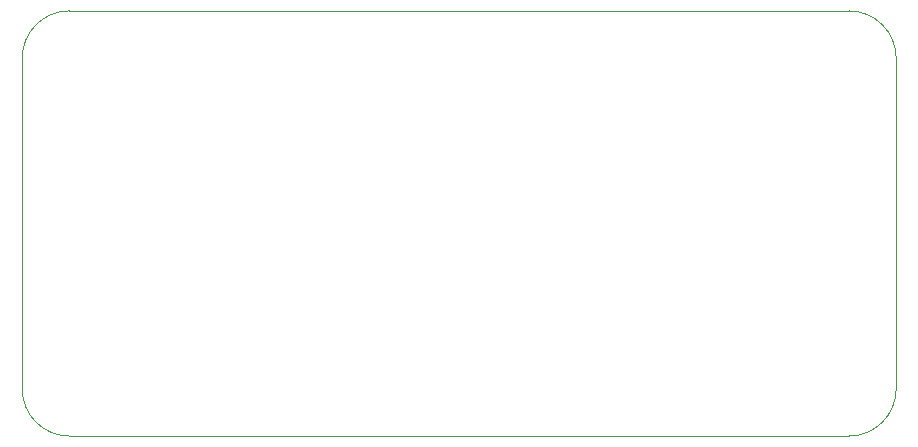
<source format=gbo>
%TF.GenerationSoftware,KiCad,Pcbnew,(5.1.12)-1*%
%TF.CreationDate,2022-03-20T11:52:17+09:00*%
%TF.ProjectId,NHK2022_usbc,4e484b32-3032-4325-9f75-7362632e6b69,rev?*%
%TF.SameCoordinates,PX29020c0PY4e33880*%
%TF.FileFunction,Legend,Bot*%
%TF.FilePolarity,Positive*%
%FSLAX46Y46*%
G04 Gerber Fmt 4.6, Leading zero omitted, Abs format (unit mm)*
G04 Created by KiCad (PCBNEW (5.1.12)-1) date 2022-03-20 11:52:17*
%MOMM*%
%LPD*%
G01*
G04 APERTURE LIST*
%TA.AperFunction,Profile*%
%ADD10C,0.050000*%
%TD*%
%ADD11C,3.302000*%
%ADD12O,1.502000X1.502000*%
%ADD13C,1.502000*%
%ADD14O,1.802000X1.802000*%
%ADD15C,0.702000*%
%ADD16O,1.002000X1.802000*%
%ADD17O,1.002000X2.102000*%
%ADD18O,1.802000X1.002000*%
%ADD19O,2.102000X1.002000*%
G04 APERTURE END LIST*
D10*
X0Y32000000D02*
X0Y4000000D01*
X4000000Y0D02*
G75*
G02*
X0Y4000000I0J4000000D01*
G01*
X0Y32000000D02*
G75*
G02*
X4000000Y36000000I4000000J0D01*
G01*
X74000000Y32000000D02*
X74000000Y4000000D01*
X74000000Y4000000D02*
G75*
G02*
X70000000Y0I-4000000J0D01*
G01*
X70000000Y36000000D02*
G75*
G02*
X74000000Y32000000I0J-4000000D01*
G01*
X70000000Y36000000D02*
X4000000Y36000000D01*
X4000000Y0D02*
X70000000Y0D01*
%LPC*%
D11*
%TO.C,REF\u002A\u002A*%
X70000000Y4000000D03*
%TD*%
%TO.C,REF\u002A\u002A*%
X4000000Y4000000D03*
%TD*%
%TO.C,REF\u002A\u002A*%
X70000000Y32000000D03*
%TD*%
%TO.C,REF\u002A\u002A*%
X4000000Y32000000D03*
%TD*%
D12*
%TO.C,R1*%
X56870000Y20310000D03*
D13*
X61950000Y20310000D03*
%TD*%
D14*
%TO.C,JP1*%
X50540000Y20310000D03*
G36*
G01*
X48850000Y19409000D02*
X47150000Y19409000D01*
G75*
G02*
X47099000Y19460000I0J51000D01*
G01*
X47099000Y21160000D01*
G75*
G02*
X47150000Y21211000I51000J0D01*
G01*
X48850000Y21211000D01*
G75*
G02*
X48901000Y21160000I0J-51000D01*
G01*
X48901000Y19460000D01*
G75*
G02*
X48850000Y19409000I-51000J0D01*
G01*
G37*
%TD*%
D15*
%TO.C,J4*%
X47060000Y29560000D03*
X41280000Y29560000D03*
D16*
X39850000Y33250000D03*
X48490000Y33250000D03*
D17*
X39850000Y29080000D03*
X48490000Y29080000D03*
%TD*%
D15*
%TO.C,J5*%
X61030000Y29560000D03*
X55250000Y29560000D03*
D16*
X53820000Y33250000D03*
X62460000Y33250000D03*
D17*
X53820000Y29080000D03*
X62460000Y29080000D03*
%TD*%
D15*
%TO.C,J3*%
X33410000Y29560000D03*
X27630000Y29560000D03*
D16*
X26200000Y33250000D03*
X34840000Y33250000D03*
D17*
X26200000Y29080000D03*
X34840000Y29080000D03*
%TD*%
D15*
%TO.C,J2*%
X19120000Y29560000D03*
X13340000Y29560000D03*
D16*
X11910000Y33250000D03*
X20550000Y33250000D03*
D17*
X11910000Y29080000D03*
X20550000Y29080000D03*
%TD*%
D15*
%TO.C,J6*%
X67550000Y13610000D03*
X67550000Y19390000D03*
D18*
X71240000Y20820000D03*
X71240000Y12180000D03*
D19*
X67070000Y20820000D03*
X67070000Y12180000D03*
%TD*%
D15*
%TO.C,J1*%
X6450000Y19390000D03*
X6450000Y13610000D03*
D18*
X2760000Y12180000D03*
X2760000Y20820000D03*
D19*
X6930000Y12180000D03*
X6930000Y20820000D03*
%TD*%
M02*

</source>
